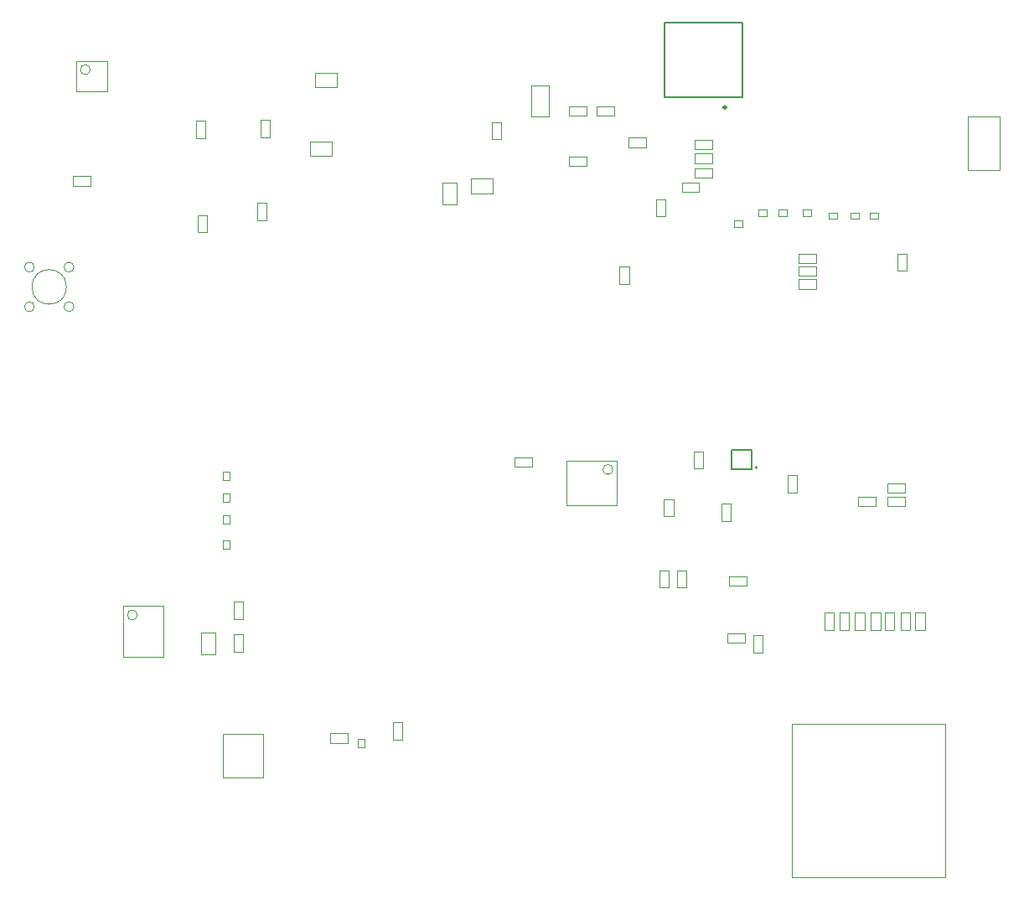
<source format=gbr>
%TF.GenerationSoftware,Altium Limited,Altium Designer,20.2.6 (244)*%
G04 Layer_Color=16711935*
%FSLAX45Y45*%
%MOMM*%
%TF.SameCoordinates,65E78103-6D03-462D-AAE3-041F84C347C7*%
%TF.FilePolarity,Positive*%
%TF.FileFunction,Other,Mechanical_13*%
%TF.Part,Single*%
G01*
G75*
%TA.AperFunction,NonConductor*%
%ADD90C,0.20000*%
%ADD92C,0.10000*%
%ADD93C,0.30000*%
%ADD95C,0.12700*%
%ADD136C,0.01000*%
%ADD137C,0.00000*%
D90*
X7555000Y4456250D02*
G03*
X7555000Y4456250I-10000J0D01*
G01*
D92*
X6095000Y4435000D02*
G03*
X6095000Y4435000I-50000J0D01*
G01*
X1290001Y2965000D02*
G03*
X1290001Y2965000I-50000J0D01*
G01*
X815000Y8475000D02*
G03*
X815000Y8475000I-50000J0D01*
G01*
X2157500Y1320000D02*
Y1760000D01*
X2557500D01*
Y1320000D02*
Y1760000D01*
X2157500Y1320000D02*
X2557500D01*
X5275000Y8005000D02*
Y8315000D01*
X5445000Y8005000D02*
Y8315000D01*
X5275000D02*
X5445000D01*
X5275000Y8005000D02*
X5445000D01*
X4880000Y7227499D02*
Y7372500D01*
X4660000Y7227499D02*
Y7372500D01*
Y7227499D02*
X4880000D01*
X4660000Y7372500D02*
X4880000D01*
X3090000Y8297500D02*
Y8442501D01*
X3310000Y8297500D02*
Y8442501D01*
X3090000D02*
X3310000D01*
X3090000Y8297500D02*
X3310000D01*
X5625000Y4075000D02*
Y4525000D01*
X6135000Y4075000D02*
Y4525000D01*
X5625000Y4075000D02*
X6135000D01*
X5625000Y4525000D02*
X6135000D01*
X9680000Y8000000D02*
X10000000D01*
X9680000Y7460000D02*
Y8000000D01*
Y7460000D02*
X10000000D01*
Y8000000D01*
X7902550Y1865051D02*
X9454068D01*
X7902550Y316000D02*
Y1865051D01*
Y316000D02*
X9454068D01*
Y1865051D01*
X1150001Y2545000D02*
Y3055000D01*
X1550001Y2545000D02*
Y3055000D01*
X1150001D02*
X1550001D01*
X1150001Y2545000D02*
X1550001D01*
X2262500Y2592500D02*
X2357500D01*
X2262500Y2767500D02*
X2357500D01*
X2262500Y2592500D02*
Y2767500D01*
X2357500Y2592500D02*
Y2767500D01*
X3517500Y1712500D02*
X3582500D01*
X3517500Y1627500D02*
X3582500D01*
Y1712500D01*
X3517500Y1627500D02*
Y1712500D01*
X2262501Y3097500D02*
X2357501D01*
X2262501Y2922500D02*
X2357501D01*
Y3097500D01*
X2262501Y2922500D02*
Y3097500D01*
X3242500Y1672500D02*
Y1767500D01*
X3417500Y1672500D02*
Y1767500D01*
X3242500D02*
X3417500D01*
X3242500Y1672500D02*
X3417500D01*
X3872500Y1702500D02*
X3967500D01*
X3872500Y1877500D02*
X3967500D01*
X3872500Y1702500D02*
Y1877500D01*
X3967500Y1702500D02*
Y1877500D01*
X1937500Y2570000D02*
X2082500D01*
X1937500Y2790000D02*
X2082500D01*
X1937500Y2570000D02*
Y2790000D01*
X2082500Y2570000D02*
Y2790000D01*
X2157501Y3637500D02*
Y3722500D01*
X2222501Y3637500D02*
Y3722500D01*
X2157501Y3637500D02*
X2222501D01*
X2157501Y3722500D02*
X2222501D01*
Y3887501D02*
Y3972501D01*
X2157501Y3887501D02*
Y3972501D01*
X2222501D01*
X2157501Y3887501D02*
X2222501D01*
Y4107501D02*
Y4192500D01*
X2157501Y4107501D02*
Y4192500D01*
X2222501D01*
X2157501Y4107501D02*
X2222501D01*
Y4327501D02*
Y4412500D01*
X2157501Y4327501D02*
Y4412500D01*
X2222501D01*
X2157501Y4327501D02*
X2222501D01*
X6742501Y3417500D02*
X6837501D01*
X6742501Y3242500D02*
X6837501D01*
Y3417500D01*
X6742501Y3242500D02*
Y3417500D01*
X6562501D02*
X6657501D01*
X6562501Y3242500D02*
X6657501D01*
Y3417500D01*
X6562501Y3242500D02*
Y3417500D01*
X5277500Y4462500D02*
Y4557500D01*
X5102500Y4462500D02*
Y4557500D01*
Y4462500D02*
X5277500D01*
X5102500Y4557500D02*
X5277500D01*
X6162474Y6312499D02*
Y6487500D01*
X6257474Y6312499D02*
Y6487500D01*
X6162474Y6312499D02*
X6257474D01*
X6162474Y6487500D02*
X6257474D01*
X675000Y8255000D02*
Y8565000D01*
X985000Y8255000D02*
Y8565000D01*
X675000D02*
X985000D01*
X675000Y8255000D02*
X985000D01*
X3038001Y7607500D02*
Y7752500D01*
X3258000Y7607500D02*
Y7752500D01*
X3038001D02*
X3258000D01*
X3038001Y7607500D02*
X3258000D01*
X2532500Y7792500D02*
X2627500D01*
X2532500Y7967500D02*
X2627500D01*
X2532500Y7792500D02*
Y7967500D01*
X2627500Y7792500D02*
Y7967500D01*
X1882500Y7782500D02*
X1977500D01*
X1882500Y7957500D02*
X1977500D01*
X1882500Y7782500D02*
Y7957500D01*
X1977500Y7782500D02*
Y7957500D01*
X4375500Y7114999D02*
X4520500D01*
X4375500Y7334999D02*
X4520500D01*
X4375500Y7114999D02*
Y7334999D01*
X4520500Y7114999D02*
Y7334999D01*
X817500Y7302500D02*
Y7397500D01*
X642500Y7302500D02*
Y7397500D01*
Y7302500D02*
X817500D01*
X642500Y7397500D02*
X817500D01*
X1902500Y6832500D02*
X1997500D01*
X1902500Y7007500D02*
X1997500D01*
X1902500Y6832500D02*
Y7007500D01*
X1997500Y6832500D02*
Y7007500D01*
X2502500Y7127500D02*
X2597500D01*
X2502500Y6952500D02*
X2597500D01*
Y7127500D01*
X2502500Y6952500D02*
Y7127500D01*
X4967500Y7772500D02*
Y7947500D01*
X4872500Y7772500D02*
Y7947500D01*
X4967500D01*
X4872500Y7772500D02*
X4967500D01*
X5652500Y7502500D02*
Y7597500D01*
X5827500Y7502500D02*
Y7597500D01*
X5652500D02*
X5827500D01*
X5652500Y7502500D02*
X5827500D01*
X5827500Y8012500D02*
Y8107500D01*
X5652500Y8012500D02*
Y8107500D01*
Y8012500D02*
X5827500D01*
X5652500Y8107500D02*
X5827500D01*
X5932500Y8012500D02*
Y8107500D01*
X6107500Y8012500D02*
Y8107500D01*
X5932500D02*
X6107500D01*
X5932500Y8012500D02*
X6107500D01*
X6252500Y7692500D02*
Y7787500D01*
X6427500Y7692500D02*
Y7787500D01*
X6252500D02*
X6427500D01*
X6252500Y7692500D02*
X6427500D01*
X6792500Y7242500D02*
Y7337500D01*
X6967500Y7242500D02*
Y7337500D01*
X6792500D02*
X6967500D01*
X6792500Y7242500D02*
X6967500D01*
X6922500Y7382500D02*
Y7477500D01*
X7097500Y7382500D02*
Y7477500D01*
X6922500D02*
X7097500D01*
X6922500Y7382500D02*
X7097500D01*
X6922500Y7532500D02*
Y7627500D01*
X7097500Y7532500D02*
Y7627500D01*
X6922500D02*
X7097500D01*
X6922500Y7532500D02*
X7097500D01*
X7317500Y6887500D02*
Y6952500D01*
X7402500Y6887500D02*
Y6952500D01*
X7317500D02*
X7402500D01*
X7317500Y6887500D02*
X7402500D01*
X7972500Y6262500D02*
Y6357500D01*
X8147500Y6262500D02*
Y6357500D01*
X7972500D02*
X8147500D01*
X7972500Y6262500D02*
X8147500D01*
X7972500Y6522501D02*
Y6617501D01*
X8147500Y6522501D02*
Y6617501D01*
X7972500D02*
X8147500D01*
X7972500Y6522501D02*
X8147500D01*
X8102500Y6997501D02*
Y7062501D01*
X8017500Y6997501D02*
Y7062501D01*
Y6997501D02*
X8102500D01*
X8017500Y7062501D02*
X8102500D01*
X8277500Y6967500D02*
Y7032500D01*
X8362500Y6967500D02*
Y7032500D01*
X8277500D02*
X8362500D01*
X8277500Y6967500D02*
X8362500D01*
X8582500Y6967500D02*
Y7032501D01*
X8497500Y6967500D02*
Y7032501D01*
Y6967500D02*
X8582500D01*
X8497500Y7032501D02*
X8582500D01*
X8772500Y6967500D02*
Y7032501D01*
X8687500Y6967500D02*
Y7032501D01*
Y6967500D02*
X8772500D01*
X8687500Y7032501D02*
X8772500D01*
X7652500Y6997500D02*
Y7062500D01*
X7567500Y6997500D02*
Y7062500D01*
Y6997500D02*
X7652500D01*
X7567500Y7062500D02*
X7652500D01*
X7852500Y6997500D02*
Y7062500D01*
X7767500Y6997500D02*
Y7062500D01*
Y6997500D02*
X7852500D01*
X7767500Y7062500D02*
X7852500D01*
X6922500Y7672500D02*
Y7767500D01*
X7097500Y7672500D02*
Y7767500D01*
X6922500D02*
X7097500D01*
X6922500Y7672500D02*
X7097500D01*
X7972500Y6392501D02*
Y6487501D01*
X8147500Y6392501D02*
Y6487501D01*
X7972500D02*
X8147500D01*
X7972500Y6392501D02*
X8147500D01*
X6532500Y6992500D02*
X6627500D01*
X6532500Y7167500D02*
X6627500D01*
X6532500Y6992500D02*
Y7167500D01*
X6627500Y6992500D02*
Y7167500D01*
X6612500Y3962500D02*
X6707500D01*
X6612500Y4137500D02*
X6707500D01*
X6612500Y3962500D02*
Y4137500D01*
X6707500Y3962500D02*
Y4137500D01*
X7192500Y3912500D02*
X7287501D01*
X7192500Y4087500D02*
X7287501D01*
X7192500Y3912500D02*
Y4087500D01*
X7287501Y3912500D02*
Y4087500D01*
X7427500Y2682499D02*
Y2777499D01*
X7252500Y2682499D02*
Y2777499D01*
Y2682499D02*
X7427500D01*
X7252500Y2777499D02*
X7427500D01*
X7447500Y3262499D02*
Y3357499D01*
X7272500Y3262499D02*
Y3357499D01*
Y3262499D02*
X7447500D01*
X7272500Y3357499D02*
X7447500D01*
X6912500Y4617500D02*
X7007500D01*
X6912500Y4442500D02*
X7007500D01*
Y4617500D01*
X6912500Y4442500D02*
Y4617500D01*
X7512500Y2757500D02*
X7607500D01*
X7512500Y2582500D02*
X7607500D01*
Y2757500D01*
X7512500Y2582500D02*
Y2757500D01*
X8972500Y6442500D02*
Y6617500D01*
X9067500Y6442500D02*
Y6617500D01*
X8972500Y6442500D02*
X9067500D01*
X8972500Y6617500D02*
X9067500D01*
X8572501Y4157500D02*
X8747501D01*
X8572501Y4062500D02*
X8747501D01*
X8572501D02*
Y4157500D01*
X8747501Y4062500D02*
Y4157500D01*
X8872501Y4202501D02*
X9047501D01*
X8872501Y4297501D02*
X9047501D01*
Y4202501D02*
Y4297501D01*
X8872501Y4202501D02*
Y4297501D01*
X8797501Y2812500D02*
Y2987501D01*
X8702501Y2812500D02*
Y2987501D01*
X8797501D01*
X8702501Y2812500D02*
X8797501D01*
X8477501D02*
Y2987501D01*
X8382501Y2812500D02*
Y2987501D01*
X8477501D01*
X8382501Y2812500D02*
X8477501D01*
X8327501D02*
Y2987501D01*
X8232501Y2812500D02*
Y2987501D01*
X8327501D01*
X8232501Y2812500D02*
X8327501D01*
X8637501D02*
Y2987501D01*
X8542501Y2812500D02*
Y2987501D01*
X8637501D01*
X8542501Y2812500D02*
X8637501D01*
X8937501D02*
Y2987501D01*
X8842500Y2812500D02*
Y2987501D01*
X8937501D01*
X8842500Y2812500D02*
X8937501D01*
X9247501D02*
Y2987501D01*
X9152501Y2812500D02*
Y2987501D01*
X9247501D01*
X9152501Y2812500D02*
X9247501D01*
X9097501D02*
Y2987501D01*
X9002501Y2812500D02*
Y2987501D01*
X9097501D01*
X9002501Y2812500D02*
X9097501D01*
X7957500Y4202500D02*
Y4377500D01*
X7862500Y4202500D02*
Y4377500D01*
X7957500D01*
X7862500Y4202500D02*
X7957500D01*
X8872501Y4062500D02*
X9047501D01*
X8872501Y4157500D02*
X9047501D01*
Y4062500D02*
Y4157500D01*
X8872501Y4062500D02*
Y4157500D01*
D93*
X7235000Y8095000D02*
G03*
X7235000Y8095000I-10000J0D01*
G01*
D95*
X6615000Y8195000D02*
Y8955000D01*
X7405000D01*
Y8195000D02*
Y8955000D01*
X6615000Y8195000D02*
X7405000D01*
X7295000Y4436250D02*
X7495000D01*
X7295000D02*
Y4636251D01*
X7495000D01*
Y4436250D02*
Y4636251D01*
D136*
X250000Y6480000D02*
G03*
X250000Y6480000I-50000J0D01*
G01*
X650000D02*
G03*
X650000Y6480000I-50000J0D01*
G01*
X250000Y6080000D02*
G03*
X250000Y6080000I-50000J0D01*
G01*
X650000D02*
G03*
X650000Y6080000I-50000J0D01*
G01*
D137*
X575000Y6280000D02*
G03*
X575000Y6280000I-175000J0D01*
G01*
%TF.MD5,48fbc55da3cde462d2061ebfe0fb259c*%
M02*

</source>
